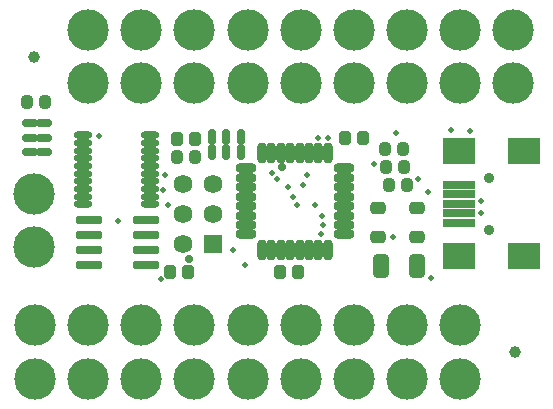
<source format=gts>
G04 Layer_Color=8388736*
%FSLAX25Y25*%
%MOIN*%
G70*
G01*
G75*
%ADD27R,0.06260X0.06260*%
%ADD28C,0.06260*%
%ADD29C,0.13780*%
%ADD30C,0.03543*%
%ADD31C,0.03937*%
%ADD32C,0.01968*%
G04:AMPARAMS|DCode=44|XSize=42.28mil|YSize=46.22mil|CornerRadius=12.75mil|HoleSize=0mil|Usage=FLASHONLY|Rotation=180.000|XOffset=0mil|YOffset=0mil|HoleType=Round|Shape=RoundedRectangle|*
%AMROUNDEDRECTD44*
21,1,0.04228,0.02072,0,0,180.0*
21,1,0.01678,0.04622,0,0,180.0*
1,1,0.02550,-0.00839,0.01036*
1,1,0.02550,0.00839,0.01036*
1,1,0.02550,0.00839,-0.01036*
1,1,0.02550,-0.00839,-0.01036*
%
%ADD44ROUNDEDRECTD44*%
G04:AMPARAMS|DCode=45|XSize=54.09mil|YSize=79.69mil|CornerRadius=13.92mil|HoleSize=0mil|Usage=FLASHONLY|Rotation=0.000|XOffset=0mil|YOffset=0mil|HoleType=Round|Shape=RoundedRectangle|*
%AMROUNDEDRECTD45*
21,1,0.05409,0.05185,0,0,0.0*
21,1,0.02626,0.07969,0,0,0.0*
1,1,0.02784,0.01313,-0.02592*
1,1,0.02784,-0.01313,-0.02592*
1,1,0.02784,-0.01313,0.02592*
1,1,0.02784,0.01313,0.02592*
%
%ADD45ROUNDEDRECTD45*%
G04:AMPARAMS|DCode=46|XSize=51.34mil|YSize=41.5mil|CornerRadius=12.21mil|HoleSize=0mil|Usage=FLASHONLY|Rotation=0.000|XOffset=0mil|YOffset=0mil|HoleType=Round|Shape=RoundedRectangle|*
%AMROUNDEDRECTD46*
21,1,0.05134,0.01707,0,0,0.0*
21,1,0.02691,0.04150,0,0,0.0*
1,1,0.02443,0.01346,-0.00853*
1,1,0.02443,-0.01346,-0.00853*
1,1,0.02443,-0.01346,0.00853*
1,1,0.02443,0.01346,0.00853*
%
%ADD46ROUNDEDRECTD46*%
G04:AMPARAMS|DCode=47|XSize=40.31mil|YSize=44.65mil|CornerRadius=12.25mil|HoleSize=0mil|Usage=FLASHONLY|Rotation=180.000|XOffset=0mil|YOffset=0mil|HoleType=Round|Shape=RoundedRectangle|*
%AMROUNDEDRECTD47*
21,1,0.04031,0.02015,0,0,180.0*
21,1,0.01582,0.04465,0,0,180.0*
1,1,0.02450,-0.00791,0.01007*
1,1,0.02450,0.00791,0.01007*
1,1,0.02450,0.00791,-0.01007*
1,1,0.02450,-0.00791,-0.01007*
%
%ADD47ROUNDEDRECTD47*%
G04:AMPARAMS|DCode=48|XSize=67.09mil|YSize=30.47mil|CornerRadius=9.51mil|HoleSize=0mil|Usage=FLASHONLY|Rotation=90.000|XOffset=0mil|YOffset=0mil|HoleType=Round|Shape=RoundedRectangle|*
%AMROUNDEDRECTD48*
21,1,0.06709,0.01145,0,0,90.0*
21,1,0.04806,0.03047,0,0,90.0*
1,1,0.01903,0.00572,0.02403*
1,1,0.01903,0.00572,-0.02403*
1,1,0.01903,-0.00572,-0.02403*
1,1,0.01903,-0.00572,0.02403*
%
%ADD48ROUNDEDRECTD48*%
G04:AMPARAMS|DCode=49|XSize=67.09mil|YSize=30.47mil|CornerRadius=9.51mil|HoleSize=0mil|Usage=FLASHONLY|Rotation=180.000|XOffset=0mil|YOffset=0mil|HoleType=Round|Shape=RoundedRectangle|*
%AMROUNDEDRECTD49*
21,1,0.06709,0.01145,0,0,180.0*
21,1,0.04806,0.03047,0,0,180.0*
1,1,0.01903,-0.02403,0.00572*
1,1,0.01903,0.02403,0.00572*
1,1,0.01903,0.02403,-0.00572*
1,1,0.01903,-0.02403,-0.00572*
%
%ADD49ROUNDEDRECTD49*%
G04:AMPARAMS|DCode=50|XSize=58.03mil|YSize=23.39mil|CornerRadius=7.93mil|HoleSize=0mil|Usage=FLASHONLY|Rotation=0.000|XOffset=0mil|YOffset=0mil|HoleType=Round|Shape=RoundedRectangle|*
%AMROUNDEDRECTD50*
21,1,0.05803,0.00752,0,0,0.0*
21,1,0.04217,0.02339,0,0,0.0*
1,1,0.01586,0.02108,-0.00376*
1,1,0.01586,-0.02108,-0.00376*
1,1,0.01586,-0.02108,0.00376*
1,1,0.01586,0.02108,0.00376*
%
%ADD50ROUNDEDRECTD50*%
G04:AMPARAMS|DCode=51|XSize=86.77mil|YSize=26.53mil|CornerRadius=8.73mil|HoleSize=0mil|Usage=FLASHONLY|Rotation=180.000|XOffset=0mil|YOffset=0mil|HoleType=Round|Shape=RoundedRectangle|*
%AMROUNDEDRECTD51*
21,1,0.08677,0.00907,0,0,180.0*
21,1,0.06930,0.02653,0,0,180.0*
1,1,0.01747,-0.03465,0.00453*
1,1,0.01747,0.03465,0.00453*
1,1,0.01747,0.03465,-0.00453*
1,1,0.01747,-0.03465,-0.00453*
%
%ADD51ROUNDEDRECTD51*%
G04:AMPARAMS|DCode=52|XSize=51.73mil|YSize=26.53mil|CornerRadius=8.73mil|HoleSize=0mil|Usage=FLASHONLY|Rotation=90.000|XOffset=0mil|YOffset=0mil|HoleType=Round|Shape=RoundedRectangle|*
%AMROUNDEDRECTD52*
21,1,0.05173,0.00907,0,0,90.0*
21,1,0.03426,0.02653,0,0,90.0*
1,1,0.01747,0.00453,0.01713*
1,1,0.01747,0.00453,-0.01713*
1,1,0.01747,-0.00453,-0.01713*
1,1,0.01747,-0.00453,0.01713*
%
%ADD52ROUNDEDRECTD52*%
G04:AMPARAMS|DCode=53|XSize=51.73mil|YSize=26.53mil|CornerRadius=8.73mil|HoleSize=0mil|Usage=FLASHONLY|Rotation=90.000|XOffset=0mil|YOffset=0mil|HoleType=Round|Shape=RoundedRectangle|*
%AMROUNDEDRECTD53*
21,1,0.05173,0.00907,0,0,90.0*
21,1,0.03426,0.02653,0,0,90.0*
1,1,0.01747,0.00453,0.01713*
1,1,0.01747,0.00453,-0.01713*
1,1,0.01747,-0.00453,-0.01713*
1,1,0.01747,-0.00453,0.01713*
%
%ADD53ROUNDEDRECTD53*%
%ADD54R,0.10646X0.02772*%
%ADD55R,0.10646X0.08677*%
G04:AMPARAMS|DCode=56|XSize=51.73mil|YSize=26.53mil|CornerRadius=8.73mil|HoleSize=0mil|Usage=FLASHONLY|Rotation=0.000|XOffset=0mil|YOffset=0mil|HoleType=Round|Shape=RoundedRectangle|*
%AMROUNDEDRECTD56*
21,1,0.05173,0.00907,0,0,0.0*
21,1,0.03426,0.02653,0,0,0.0*
1,1,0.01747,0.01713,-0.00453*
1,1,0.01747,-0.01713,-0.00453*
1,1,0.01747,-0.01713,0.00453*
1,1,0.01747,0.01713,0.00453*
%
%ADD56ROUNDEDRECTD56*%
G04:AMPARAMS|DCode=57|XSize=51.73mil|YSize=26.53mil|CornerRadius=8.73mil|HoleSize=0mil|Usage=FLASHONLY|Rotation=180.000|XOffset=0mil|YOffset=0mil|HoleType=Round|Shape=RoundedRectangle|*
%AMROUNDEDRECTD57*
21,1,0.05173,0.00907,0,0,180.0*
21,1,0.03426,0.02653,0,0,180.0*
1,1,0.01747,-0.01713,0.00453*
1,1,0.01747,0.01713,0.00453*
1,1,0.01747,0.01713,-0.00453*
1,1,0.01747,-0.01713,-0.00453*
%
%ADD57ROUNDEDRECTD57*%
%ADD58C,0.02772*%
D27*
X543465Y182520D02*
D03*
D28*
X533465D02*
D03*
X543465Y192520D02*
D03*
X533465D02*
D03*
X543465Y202520D02*
D03*
X533465D02*
D03*
D29*
X483858Y181496D02*
D03*
X501968Y137795D02*
D03*
X519685D02*
D03*
X537402D02*
D03*
X484252D02*
D03*
X555118D02*
D03*
X608268D02*
D03*
X572835D02*
D03*
X590551D02*
D03*
X625984D02*
D03*
X501968Y253937D02*
D03*
X519685D02*
D03*
X537402D02*
D03*
X555118D02*
D03*
X572835D02*
D03*
X590551D02*
D03*
X608268D02*
D03*
X643701D02*
D03*
X572835Y236221D02*
D03*
X590551D02*
D03*
X555118Y155512D02*
D03*
X572835D02*
D03*
X590551D02*
D03*
X608268D02*
D03*
X625984D02*
D03*
Y236221D02*
D03*
X608268D02*
D03*
X643701D02*
D03*
X483858Y199213D02*
D03*
X537402Y155512D02*
D03*
X519685D02*
D03*
X501968D02*
D03*
X484252D02*
D03*
X555118Y236221D02*
D03*
X537402D02*
D03*
X519685D02*
D03*
X501968D02*
D03*
X625984Y253937D02*
D03*
D30*
X635433Y204724D02*
D03*
Y187402D02*
D03*
D31*
X644095Y146653D02*
D03*
X483858Y245079D02*
D03*
D32*
X597243Y209448D02*
D03*
X554331Y175591D02*
D03*
X526170Y171043D02*
D03*
X550394Y180709D02*
D03*
X611811Y204331D02*
D03*
X623012Y220689D02*
D03*
X604724Y219685D02*
D03*
X580315Y188976D02*
D03*
X579528Y185827D02*
D03*
X577559Y195669D02*
D03*
X579831Y192035D02*
D03*
X528740Y195669D02*
D03*
X527559Y205512D02*
D03*
X570079Y198425D02*
D03*
X632776Y197047D02*
D03*
X632972Y193012D02*
D03*
X615354Y200000D02*
D03*
X603543Y185039D02*
D03*
X526772Y200787D02*
D03*
X629134Y220472D02*
D03*
X616142Y171260D02*
D03*
X505512Y218504D02*
D03*
X511811Y190157D02*
D03*
X574803Y205512D02*
D03*
X571654Y195669D02*
D03*
X568504Y201575D02*
D03*
X578740Y218110D02*
D03*
X581890D02*
D03*
X573622Y202362D02*
D03*
X564961Y204331D02*
D03*
X563386Y206299D02*
D03*
D44*
X587598Y218110D02*
D03*
X593504D02*
D03*
X529331Y173228D02*
D03*
X535236D02*
D03*
X565945D02*
D03*
X571850D02*
D03*
X531693Y217717D02*
D03*
X537598D02*
D03*
D45*
X611496Y175197D02*
D03*
X599528D02*
D03*
D46*
X611654Y194488D02*
D03*
X598583D02*
D03*
X611654Y185039D02*
D03*
X598583D02*
D03*
D47*
X601358Y208268D02*
D03*
X607303D02*
D03*
X600965Y214173D02*
D03*
X606910D02*
D03*
X487618Y229921D02*
D03*
X481673D02*
D03*
X602146Y202362D02*
D03*
X608090D02*
D03*
X531673Y211811D02*
D03*
X537618D02*
D03*
D48*
X581890Y213110D02*
D03*
X578740D02*
D03*
X575591D02*
D03*
X572441D02*
D03*
X569291D02*
D03*
X566142D02*
D03*
X562992D02*
D03*
X559842D02*
D03*
Y180591D02*
D03*
X562992D02*
D03*
X566142D02*
D03*
X569291D02*
D03*
X572441D02*
D03*
X575591D02*
D03*
X578740D02*
D03*
X581890D02*
D03*
D49*
X554606Y207874D02*
D03*
Y204724D02*
D03*
Y201575D02*
D03*
Y198425D02*
D03*
Y195276D02*
D03*
Y192126D02*
D03*
Y188976D02*
D03*
Y185827D02*
D03*
X587126D02*
D03*
Y188976D02*
D03*
Y192126D02*
D03*
Y195276D02*
D03*
Y198425D02*
D03*
Y201575D02*
D03*
Y204724D02*
D03*
Y207874D02*
D03*
D50*
X522598Y218898D02*
D03*
Y216339D02*
D03*
Y213779D02*
D03*
Y211221D02*
D03*
Y208661D02*
D03*
Y206102D02*
D03*
Y203543D02*
D03*
Y200984D02*
D03*
Y198425D02*
D03*
Y195866D02*
D03*
X500394D02*
D03*
Y198425D02*
D03*
Y200984D02*
D03*
Y203543D02*
D03*
Y206102D02*
D03*
Y208661D02*
D03*
Y211221D02*
D03*
Y213779D02*
D03*
Y216339D02*
D03*
Y218898D02*
D03*
D51*
X502343Y175571D02*
D03*
Y180571D02*
D03*
Y185571D02*
D03*
Y190571D02*
D03*
X521279D02*
D03*
Y185571D02*
D03*
Y180571D02*
D03*
Y175571D02*
D03*
D52*
X543307Y218347D02*
D03*
X552756D02*
D03*
Y213386D02*
D03*
X548032D02*
D03*
X543307D02*
D03*
D53*
X548032Y218347D02*
D03*
D54*
X625551Y202362D02*
D03*
Y199213D02*
D03*
Y196063D02*
D03*
Y192913D02*
D03*
Y189764D02*
D03*
D55*
Y213622D02*
D03*
X647126D02*
D03*
Y178504D02*
D03*
X625551D02*
D03*
D56*
X487402Y213386D02*
D03*
Y218110D02*
D03*
Y222835D02*
D03*
X482441D02*
D03*
Y213386D02*
D03*
D57*
Y218110D02*
D03*
D58*
X535433Y177559D02*
D03*
X566535Y208268D02*
D03*
M02*

</source>
